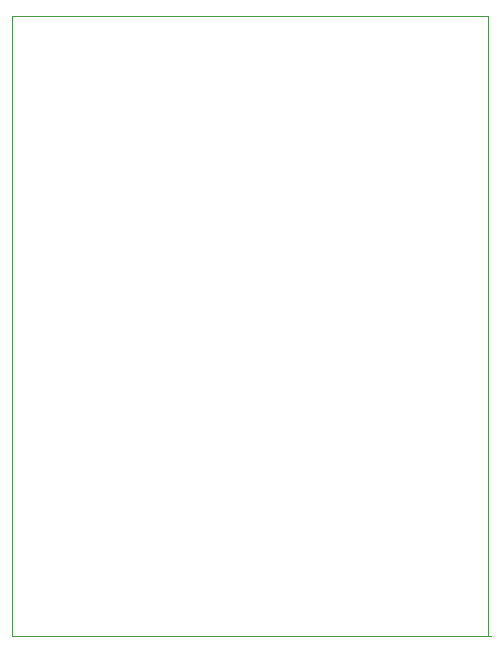
<source format=gbr>
%TF.GenerationSoftware,KiCad,Pcbnew,9.0.5*%
%TF.CreationDate,2026-01-13T09:43:48+09:00*%
%TF.ProjectId,emi-board,656d692d-626f-4617-9264-2e6b69636164,rev?*%
%TF.SameCoordinates,Original*%
%TF.FileFunction,Profile,NP*%
%FSLAX46Y46*%
G04 Gerber Fmt 4.6, Leading zero omitted, Abs format (unit mm)*
G04 Created by KiCad (PCBNEW 9.0.5) date 2026-01-13 09:43:48*
%MOMM*%
%LPD*%
G01*
G04 APERTURE LIST*
%TA.AperFunction,Profile*%
%ADD10C,0.050000*%
%TD*%
G04 APERTURE END LIST*
D10*
X133500000Y-75500000D02*
X173750776Y-75500000D01*
X173750000Y-75500000D02*
X173750000Y-128000000D01*
X133500000Y-128000000D02*
X174000000Y-128000000D01*
X133500000Y-75500000D02*
X133500000Y-128000415D01*
M02*

</source>
